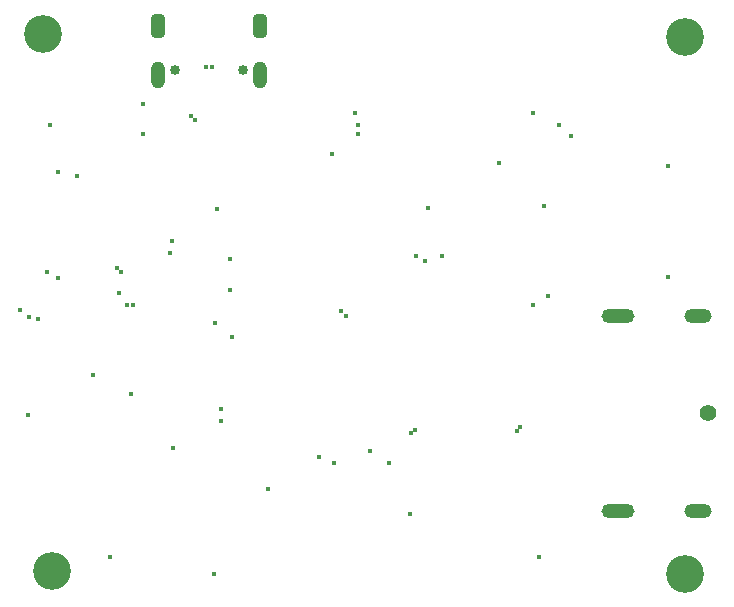
<source format=gbr>
%TF.GenerationSoftware,Altium Limited,Altium Designer,23.4.1 (23)*%
G04 Layer_Color=16711935*
%FSLAX45Y45*%
%MOMM*%
%TF.SameCoordinates,1140DA37-B3DB-4B23-8321-DC1501029C55*%
%TF.FilePolarity,Negative*%
%TF.FileFunction,Soldermask,Bot*%
%TF.Part,Single*%
G01*
G75*
%TA.AperFunction,ComponentPad*%
%ADD42C,1.40000*%
G04:AMPARAMS|DCode=43|XSize=1.2mm|YSize=2.3mm|CornerRadius=0.6mm|HoleSize=0mm|Usage=FLASHONLY|Rotation=90.000|XOffset=0mm|YOffset=0mm|HoleType=Round|Shape=RoundedRectangle|*
%AMROUNDEDRECTD43*
21,1,1.20000,1.10000,0,0,90.0*
21,1,0.00000,2.30000,0,0,90.0*
1,1,1.20000,0.55000,0.00000*
1,1,1.20000,0.55000,0.00000*
1,1,1.20000,-0.55000,0.00000*
1,1,1.20000,-0.55000,0.00000*
%
%ADD43ROUNDEDRECTD43*%
G04:AMPARAMS|DCode=44|XSize=1.2mm|YSize=2.8mm|CornerRadius=0.6mm|HoleSize=0mm|Usage=FLASHONLY|Rotation=90.000|XOffset=0mm|YOffset=0mm|HoleType=Round|Shape=RoundedRectangle|*
%AMROUNDEDRECTD44*
21,1,1.20000,1.60000,0,0,90.0*
21,1,0.00000,2.80000,0,0,90.0*
1,1,1.20000,0.80000,0.00000*
1,1,1.20000,0.80000,0.00000*
1,1,1.20000,-0.80000,0.00000*
1,1,1.20000,-0.80000,0.00000*
%
%ADD44ROUNDEDRECTD44*%
%ADD62C,0.85320*%
%ADD63O,1.20320X2.30320*%
G04:AMPARAMS|DCode=64|XSize=2.0032mm|YSize=1.2032mm|CornerRadius=0.3516mm|HoleSize=0mm|Usage=FLASHONLY|Rotation=270.000|XOffset=0mm|YOffset=0mm|HoleType=Round|Shape=RoundedRectangle|*
%AMROUNDEDRECTD64*
21,1,2.00320,0.50000,0,0,270.0*
21,1,1.30000,1.20320,0,0,270.0*
1,1,0.70320,-0.25000,-0.65000*
1,1,0.70320,-0.25000,0.65000*
1,1,0.70320,0.25000,0.65000*
1,1,0.70320,0.25000,-0.65000*
%
%ADD64ROUNDEDRECTD64*%
%TA.AperFunction,ViaPad*%
%ADD65C,0.45320*%
%ADD66C,3.20320*%
D42*
X17472600Y4241800D02*
D03*
D43*
X17382600Y5066800D02*
D03*
Y3416800D02*
D03*
D44*
X16704601Y5066800D02*
D03*
Y3416800D02*
D03*
D62*
X13535100Y7150400D02*
D03*
X12957100D02*
D03*
D63*
X12814101Y7100400D02*
D03*
X13678101D02*
D03*
D64*
X12814101Y7518400D02*
D03*
X13678101D02*
D03*
D65*
X14173199Y3873500D02*
D03*
X14605000Y3924300D02*
D03*
X14770100Y3822700D02*
D03*
X14303400Y3819500D02*
D03*
X12585700Y4406900D02*
D03*
X12261850Y4565650D02*
D03*
X16040100Y3022600D02*
D03*
X13284200Y2882900D02*
D03*
X13309599Y5969000D02*
D03*
X14503400Y6604000D02*
D03*
Y6680200D02*
D03*
X14363699Y5105400D02*
D03*
X14401801Y5067300D02*
D03*
X12687300Y6858000D02*
D03*
Y6604000D02*
D03*
X14287500Y6438900D02*
D03*
X17132300Y6337300D02*
D03*
Y5397500D02*
D03*
X12128500Y6248400D02*
D03*
X11963400Y6286500D02*
D03*
X11722100Y5054600D02*
D03*
X11709400Y4229100D02*
D03*
X12941299Y3949700D02*
D03*
X13747701Y3600400D02*
D03*
X13423900Y5283200D02*
D03*
Y5549900D02*
D03*
X12484100Y5257800D02*
D03*
X11899900Y6680200D02*
D03*
X11963400Y5384095D02*
D03*
X12407900Y3022600D02*
D03*
X11874500Y5435600D02*
D03*
X15989301Y6781800D02*
D03*
X14478000D02*
D03*
X14947900Y3390900D02*
D03*
X16078200Y5994400D02*
D03*
X15214600Y5575300D02*
D03*
X15697200Y6362700D02*
D03*
X15074899Y5528113D02*
D03*
X13216100Y7169063D02*
D03*
X12496800Y5434895D02*
D03*
X12464697Y5467703D02*
D03*
X13093700Y6756400D02*
D03*
X13125803Y6724297D02*
D03*
X12928600Y5702300D02*
D03*
X12603000Y5156200D02*
D03*
X13271500Y7175500D02*
D03*
X13347701Y4279900D02*
D03*
Y4178300D02*
D03*
X11645900Y5118100D02*
D03*
X11798300Y5041900D02*
D03*
X12547600Y5156200D02*
D03*
X12915900Y5600700D02*
D03*
X13296899Y5003800D02*
D03*
X13436600Y4889500D02*
D03*
X16306799Y6591300D02*
D03*
X16205200Y6680200D02*
D03*
X16116299Y5232400D02*
D03*
X15988699Y5155600D02*
D03*
X15100301Y5981700D02*
D03*
X14998700Y5575300D02*
D03*
X15881703Y4121503D02*
D03*
X15849600Y4089400D02*
D03*
X14953897Y4069997D02*
D03*
X14986000Y4102100D02*
D03*
D66*
X11836400Y7454900D02*
D03*
X11912600Y2908300D02*
D03*
X17272000Y2882900D02*
D03*
Y7429500D02*
D03*
%TF.MD5,4142e9e23d8ea4d3157b36878709ce78*%
M02*

</source>
